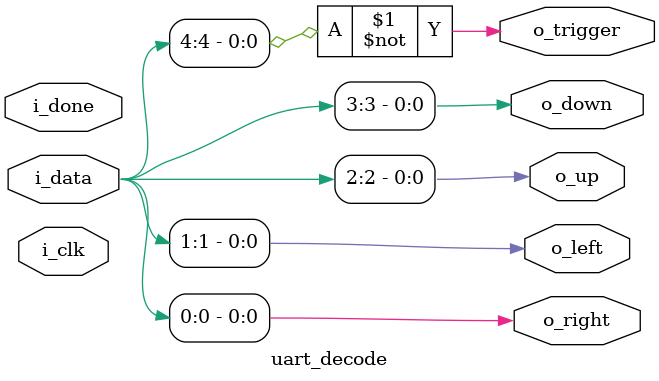
<source format=v>
module uart_decode
	(
		input i_clk,
		input i_done,
		input [7:0] i_data,
		output o_right,
		output o_left,
		output o_up,
		output o_down,
		output o_trigger
	);

	assign o_right = i_data[0];
	assign o_left = i_data[1];
	assign o_up = i_data[2];
	assign o_down = i_data[3];
	assign o_trigger = ~i_data[4];

endmodule

</source>
